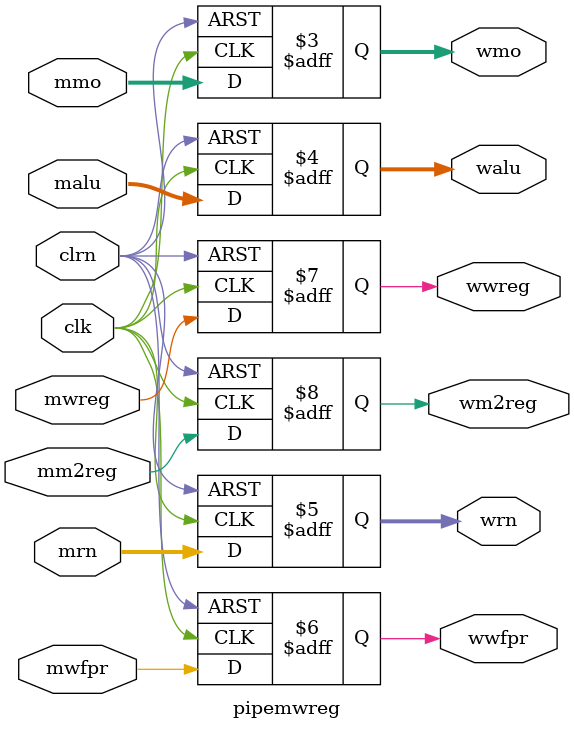
<source format=v>
`timescale 1ns / 1ps

module pipemwreg (mwfpr, mwreg, mm2reg, mmo, malu, mrn, clk, clrn,
				  wwfpr, wwreg, wm2reg, wmo, walu, wrn);
	input [31:0] mmo, malu;
	input [4:0] mrn;
	input mwfpr, mwreg, mm2reg;
	input clk, clrn;
	output [31:0] wmo, walu;
	output [4:0] wrn;
	output wwfpr, wwreg, wm2reg;
	reg [31:0] wmo, walu;
	reg [4:0] wrn;
	reg wwfpr, wwreg, wm2reg;

	always @ (negedge clrn or posedge clk) begin
		if (clrn == 0) begin
		    wwfpr <= 0;
			wwreg <= 0;
			wm2reg <= 0;
			wmo <= 0;
			walu <= 0;
			wrn <= 0;
		end else begin
		    wwfpr <= mwfpr;
			wwreg <= mwreg;
			wm2reg <= mm2reg;
			wmo <= mmo;
			walu <= malu;
			wrn <= mrn;
		end
	end
endmodule
</source>
